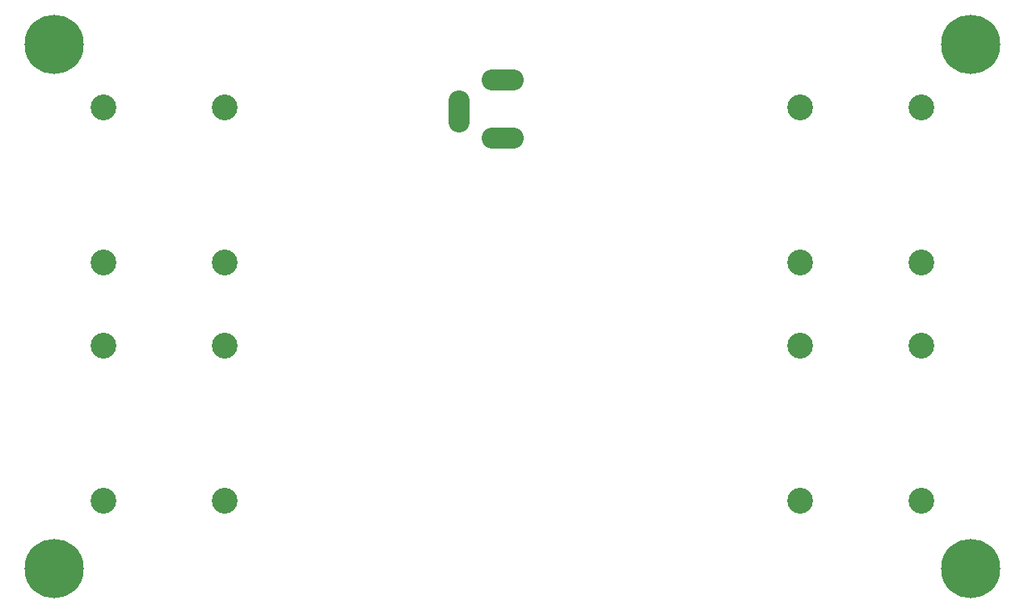
<source format=gbs>
G04*
G04 #@! TF.GenerationSoftware,Altium Limited,Altium Designer,23.1.1 (15)*
G04*
G04 Layer_Color=16711935*
%FSLAX24Y24*%
%MOIN*%
G70*
G04*
G04 #@! TF.SameCoordinates,52EA1FD8-E69D-4759-9217-C2292DA48D7E*
G04*
G04*
G04 #@! TF.FilePolarity,Negative*
G04*
G01*
G75*
%ADD36C,0.1064*%
%ADD37C,0.2442*%
%ADD38O,0.0867X0.1734*%
%ADD39O,0.1734X0.0867*%
D36*
X37736Y4778D02*
D03*
Y11167D02*
D03*
X32736Y4778D02*
D03*
Y11167D02*
D03*
X8996Y14620D02*
D03*
Y21010D02*
D03*
X3996Y14620D02*
D03*
Y21010D02*
D03*
X8996Y4778D02*
D03*
Y11167D02*
D03*
X3996Y4778D02*
D03*
Y11167D02*
D03*
X32740Y21015D02*
D03*
Y14625D02*
D03*
X37740Y21015D02*
D03*
Y14625D02*
D03*
D37*
X1969Y23622D02*
D03*
Y1969D02*
D03*
X39764Y23622D02*
D03*
Y1969D02*
D03*
D38*
X18661Y20846D02*
D03*
D39*
X20472Y22146D02*
D03*
Y19744D02*
D03*
M02*

</source>
